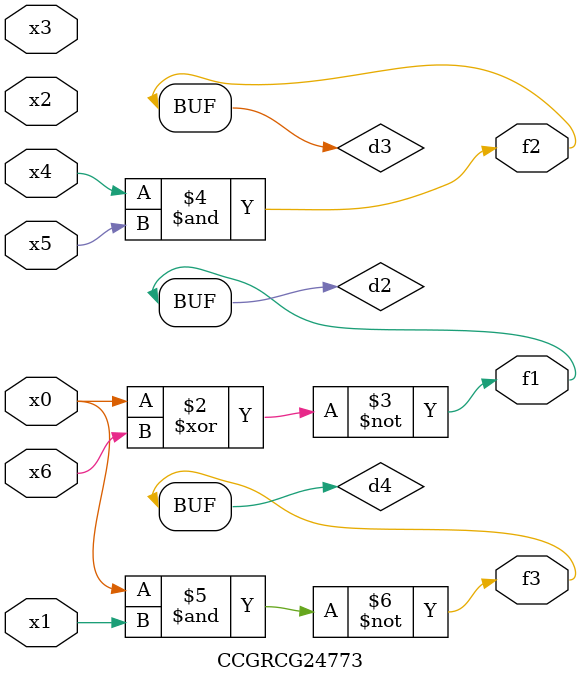
<source format=v>
module CCGRCG24773(
	input x0, x1, x2, x3, x4, x5, x6,
	output f1, f2, f3
);

	wire d1, d2, d3, d4;

	nor (d1, x0);
	xnor (d2, x0, x6);
	and (d3, x4, x5);
	nand (d4, x0, x1);
	assign f1 = d2;
	assign f2 = d3;
	assign f3 = d4;
endmodule

</source>
